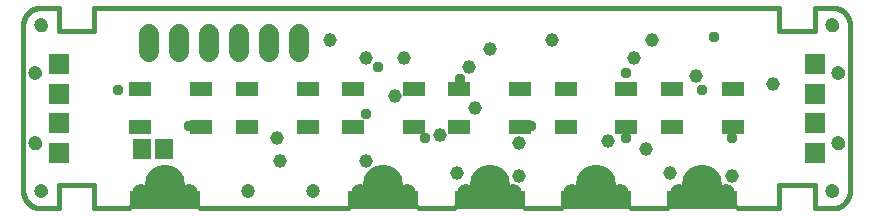
<source format=gts>
G75*
%MOIN*%
%OFA0B0*%
%FSLAX25Y25*%
%IPPOS*%
%LPD*%
%AMOC8*
5,1,8,0,0,1.08239X$1,22.5*
%
%ADD10C,0.01600*%
%ADD11C,0.00000*%
%ADD12C,0.04737*%
%ADD13C,0.01200*%
%ADD14R,0.07300X0.04737*%
%ADD15C,0.05524*%
%ADD16C,0.13461*%
%ADD17R,0.23622X0.05906*%
%ADD18R,0.06800X0.06800*%
%ADD19R,0.05918X0.07099*%
%ADD20C,0.06800*%
%ADD21C,0.03769*%
%ADD22C,0.04550*%
D10*
X0008290Y0025656D02*
X0014195Y0025656D01*
X0014195Y0033530D01*
X0026006Y0033530D01*
X0026006Y0025656D01*
X0037817Y0025656D01*
X0061439Y0025656D02*
X0110652Y0025656D01*
X0134274Y0025656D02*
X0146085Y0025656D01*
X0169707Y0025656D02*
X0181518Y0025656D01*
X0205140Y0025656D02*
X0216951Y0025656D01*
X0240573Y0025656D02*
X0254353Y0025656D01*
X0254353Y0033530D01*
X0266164Y0033530D01*
X0266164Y0025656D01*
X0272069Y0025656D01*
X0272069Y0025655D02*
X0272221Y0025657D01*
X0272373Y0025663D01*
X0272525Y0025673D01*
X0272676Y0025686D01*
X0272827Y0025704D01*
X0272978Y0025725D01*
X0273128Y0025751D01*
X0273277Y0025780D01*
X0273426Y0025813D01*
X0273573Y0025850D01*
X0273720Y0025890D01*
X0273865Y0025935D01*
X0274009Y0025983D01*
X0274152Y0026035D01*
X0274294Y0026090D01*
X0274434Y0026149D01*
X0274573Y0026212D01*
X0274710Y0026278D01*
X0274845Y0026348D01*
X0274978Y0026421D01*
X0275109Y0026498D01*
X0275239Y0026578D01*
X0275366Y0026661D01*
X0275491Y0026747D01*
X0275614Y0026837D01*
X0275734Y0026930D01*
X0275852Y0027026D01*
X0275968Y0027125D01*
X0276081Y0027227D01*
X0276191Y0027331D01*
X0276299Y0027439D01*
X0276403Y0027549D01*
X0276505Y0027662D01*
X0276604Y0027778D01*
X0276700Y0027896D01*
X0276793Y0028016D01*
X0276883Y0028139D01*
X0276969Y0028264D01*
X0277052Y0028391D01*
X0277132Y0028521D01*
X0277209Y0028652D01*
X0277282Y0028785D01*
X0277352Y0028920D01*
X0277418Y0029057D01*
X0277481Y0029196D01*
X0277540Y0029336D01*
X0277595Y0029478D01*
X0277647Y0029621D01*
X0277695Y0029765D01*
X0277740Y0029910D01*
X0277780Y0030057D01*
X0277817Y0030204D01*
X0277850Y0030353D01*
X0277879Y0030502D01*
X0277905Y0030652D01*
X0277926Y0030803D01*
X0277944Y0030954D01*
X0277957Y0031105D01*
X0277967Y0031257D01*
X0277973Y0031409D01*
X0277975Y0031561D01*
X0277975Y0086679D01*
X0277973Y0086831D01*
X0277967Y0086983D01*
X0277957Y0087135D01*
X0277944Y0087286D01*
X0277926Y0087437D01*
X0277905Y0087588D01*
X0277879Y0087738D01*
X0277850Y0087887D01*
X0277817Y0088036D01*
X0277780Y0088183D01*
X0277740Y0088330D01*
X0277695Y0088475D01*
X0277647Y0088619D01*
X0277595Y0088762D01*
X0277540Y0088904D01*
X0277481Y0089044D01*
X0277418Y0089183D01*
X0277352Y0089320D01*
X0277282Y0089455D01*
X0277209Y0089588D01*
X0277132Y0089719D01*
X0277052Y0089849D01*
X0276969Y0089976D01*
X0276883Y0090101D01*
X0276793Y0090224D01*
X0276700Y0090344D01*
X0276604Y0090462D01*
X0276505Y0090578D01*
X0276403Y0090691D01*
X0276299Y0090801D01*
X0276191Y0090909D01*
X0276081Y0091013D01*
X0275968Y0091115D01*
X0275852Y0091214D01*
X0275734Y0091310D01*
X0275614Y0091403D01*
X0275491Y0091493D01*
X0275366Y0091579D01*
X0275239Y0091662D01*
X0275109Y0091742D01*
X0274978Y0091819D01*
X0274845Y0091892D01*
X0274710Y0091962D01*
X0274573Y0092028D01*
X0274434Y0092091D01*
X0274294Y0092150D01*
X0274152Y0092205D01*
X0274009Y0092257D01*
X0273865Y0092305D01*
X0273720Y0092350D01*
X0273573Y0092390D01*
X0273426Y0092427D01*
X0273277Y0092460D01*
X0273128Y0092489D01*
X0272978Y0092515D01*
X0272827Y0092536D01*
X0272676Y0092554D01*
X0272525Y0092567D01*
X0272373Y0092577D01*
X0272221Y0092583D01*
X0272069Y0092585D01*
X0266164Y0092585D01*
X0266164Y0084711D01*
X0254353Y0084711D01*
X0254353Y0092585D01*
X0026006Y0092585D01*
X0026006Y0084711D01*
X0014195Y0084711D01*
X0014195Y0092585D01*
X0008290Y0092585D01*
X0008138Y0092583D01*
X0007986Y0092577D01*
X0007834Y0092567D01*
X0007683Y0092554D01*
X0007532Y0092536D01*
X0007381Y0092515D01*
X0007231Y0092489D01*
X0007082Y0092460D01*
X0006933Y0092427D01*
X0006786Y0092390D01*
X0006639Y0092350D01*
X0006494Y0092305D01*
X0006350Y0092257D01*
X0006207Y0092205D01*
X0006065Y0092150D01*
X0005925Y0092091D01*
X0005786Y0092028D01*
X0005649Y0091962D01*
X0005514Y0091892D01*
X0005381Y0091819D01*
X0005250Y0091742D01*
X0005120Y0091662D01*
X0004993Y0091579D01*
X0004868Y0091493D01*
X0004745Y0091403D01*
X0004625Y0091310D01*
X0004507Y0091214D01*
X0004391Y0091115D01*
X0004278Y0091013D01*
X0004168Y0090909D01*
X0004060Y0090801D01*
X0003956Y0090691D01*
X0003854Y0090578D01*
X0003755Y0090462D01*
X0003659Y0090344D01*
X0003566Y0090224D01*
X0003476Y0090101D01*
X0003390Y0089976D01*
X0003307Y0089849D01*
X0003227Y0089719D01*
X0003150Y0089588D01*
X0003077Y0089455D01*
X0003007Y0089320D01*
X0002941Y0089183D01*
X0002878Y0089044D01*
X0002819Y0088904D01*
X0002764Y0088762D01*
X0002712Y0088619D01*
X0002664Y0088475D01*
X0002619Y0088330D01*
X0002579Y0088183D01*
X0002542Y0088036D01*
X0002509Y0087887D01*
X0002480Y0087738D01*
X0002454Y0087588D01*
X0002433Y0087437D01*
X0002415Y0087286D01*
X0002402Y0087135D01*
X0002392Y0086983D01*
X0002386Y0086831D01*
X0002384Y0086679D01*
X0002384Y0031561D01*
X0002386Y0031409D01*
X0002392Y0031257D01*
X0002402Y0031105D01*
X0002415Y0030954D01*
X0002433Y0030803D01*
X0002454Y0030652D01*
X0002480Y0030502D01*
X0002509Y0030353D01*
X0002542Y0030204D01*
X0002579Y0030057D01*
X0002619Y0029910D01*
X0002664Y0029765D01*
X0002712Y0029621D01*
X0002764Y0029478D01*
X0002819Y0029336D01*
X0002878Y0029196D01*
X0002941Y0029057D01*
X0003007Y0028920D01*
X0003077Y0028785D01*
X0003150Y0028652D01*
X0003227Y0028521D01*
X0003307Y0028391D01*
X0003390Y0028264D01*
X0003476Y0028139D01*
X0003566Y0028016D01*
X0003659Y0027896D01*
X0003755Y0027778D01*
X0003854Y0027662D01*
X0003956Y0027549D01*
X0004060Y0027439D01*
X0004168Y0027331D01*
X0004278Y0027227D01*
X0004391Y0027125D01*
X0004507Y0027026D01*
X0004625Y0026930D01*
X0004745Y0026837D01*
X0004868Y0026747D01*
X0004993Y0026661D01*
X0005120Y0026578D01*
X0005250Y0026498D01*
X0005381Y0026421D01*
X0005514Y0026348D01*
X0005649Y0026278D01*
X0005786Y0026212D01*
X0005925Y0026149D01*
X0006065Y0026090D01*
X0006207Y0026035D01*
X0006350Y0025983D01*
X0006494Y0025935D01*
X0006639Y0025890D01*
X0006786Y0025850D01*
X0006933Y0025813D01*
X0007082Y0025780D01*
X0007231Y0025751D01*
X0007381Y0025725D01*
X0007532Y0025704D01*
X0007683Y0025686D01*
X0007834Y0025673D01*
X0007986Y0025663D01*
X0008138Y0025657D01*
X0008290Y0025655D01*
D11*
X0006321Y0031561D02*
X0006323Y0031649D01*
X0006329Y0031737D01*
X0006339Y0031825D01*
X0006353Y0031913D01*
X0006370Y0031999D01*
X0006392Y0032085D01*
X0006417Y0032169D01*
X0006447Y0032253D01*
X0006479Y0032335D01*
X0006516Y0032415D01*
X0006556Y0032494D01*
X0006600Y0032571D01*
X0006647Y0032646D01*
X0006697Y0032718D01*
X0006751Y0032789D01*
X0006807Y0032856D01*
X0006867Y0032922D01*
X0006929Y0032984D01*
X0006995Y0033044D01*
X0007062Y0033100D01*
X0007133Y0033154D01*
X0007205Y0033204D01*
X0007280Y0033251D01*
X0007357Y0033295D01*
X0007436Y0033335D01*
X0007516Y0033372D01*
X0007598Y0033404D01*
X0007682Y0033434D01*
X0007766Y0033459D01*
X0007852Y0033481D01*
X0007938Y0033498D01*
X0008026Y0033512D01*
X0008114Y0033522D01*
X0008202Y0033528D01*
X0008290Y0033530D01*
X0008378Y0033528D01*
X0008466Y0033522D01*
X0008554Y0033512D01*
X0008642Y0033498D01*
X0008728Y0033481D01*
X0008814Y0033459D01*
X0008898Y0033434D01*
X0008982Y0033404D01*
X0009064Y0033372D01*
X0009144Y0033335D01*
X0009223Y0033295D01*
X0009300Y0033251D01*
X0009375Y0033204D01*
X0009447Y0033154D01*
X0009518Y0033100D01*
X0009585Y0033044D01*
X0009651Y0032984D01*
X0009713Y0032922D01*
X0009773Y0032856D01*
X0009829Y0032789D01*
X0009883Y0032718D01*
X0009933Y0032646D01*
X0009980Y0032571D01*
X0010024Y0032494D01*
X0010064Y0032415D01*
X0010101Y0032335D01*
X0010133Y0032253D01*
X0010163Y0032169D01*
X0010188Y0032085D01*
X0010210Y0031999D01*
X0010227Y0031913D01*
X0010241Y0031825D01*
X0010251Y0031737D01*
X0010257Y0031649D01*
X0010259Y0031561D01*
X0010257Y0031473D01*
X0010251Y0031385D01*
X0010241Y0031297D01*
X0010227Y0031209D01*
X0010210Y0031123D01*
X0010188Y0031037D01*
X0010163Y0030953D01*
X0010133Y0030869D01*
X0010101Y0030787D01*
X0010064Y0030707D01*
X0010024Y0030628D01*
X0009980Y0030551D01*
X0009933Y0030476D01*
X0009883Y0030404D01*
X0009829Y0030333D01*
X0009773Y0030266D01*
X0009713Y0030200D01*
X0009651Y0030138D01*
X0009585Y0030078D01*
X0009518Y0030022D01*
X0009447Y0029968D01*
X0009375Y0029918D01*
X0009300Y0029871D01*
X0009223Y0029827D01*
X0009144Y0029787D01*
X0009064Y0029750D01*
X0008982Y0029718D01*
X0008898Y0029688D01*
X0008814Y0029663D01*
X0008728Y0029641D01*
X0008642Y0029624D01*
X0008554Y0029610D01*
X0008466Y0029600D01*
X0008378Y0029594D01*
X0008290Y0029592D01*
X0008202Y0029594D01*
X0008114Y0029600D01*
X0008026Y0029610D01*
X0007938Y0029624D01*
X0007852Y0029641D01*
X0007766Y0029663D01*
X0007682Y0029688D01*
X0007598Y0029718D01*
X0007516Y0029750D01*
X0007436Y0029787D01*
X0007357Y0029827D01*
X0007280Y0029871D01*
X0007205Y0029918D01*
X0007133Y0029968D01*
X0007062Y0030022D01*
X0006995Y0030078D01*
X0006929Y0030138D01*
X0006867Y0030200D01*
X0006807Y0030266D01*
X0006751Y0030333D01*
X0006697Y0030404D01*
X0006647Y0030476D01*
X0006600Y0030551D01*
X0006556Y0030628D01*
X0006516Y0030707D01*
X0006479Y0030787D01*
X0006447Y0030869D01*
X0006417Y0030953D01*
X0006392Y0031037D01*
X0006370Y0031123D01*
X0006353Y0031209D01*
X0006339Y0031297D01*
X0006329Y0031385D01*
X0006323Y0031473D01*
X0006321Y0031561D01*
X0004352Y0047309D02*
X0004354Y0047397D01*
X0004360Y0047485D01*
X0004370Y0047573D01*
X0004384Y0047661D01*
X0004401Y0047747D01*
X0004423Y0047833D01*
X0004448Y0047917D01*
X0004478Y0048001D01*
X0004510Y0048083D01*
X0004547Y0048163D01*
X0004587Y0048242D01*
X0004631Y0048319D01*
X0004678Y0048394D01*
X0004728Y0048466D01*
X0004782Y0048537D01*
X0004838Y0048604D01*
X0004898Y0048670D01*
X0004960Y0048732D01*
X0005026Y0048792D01*
X0005093Y0048848D01*
X0005164Y0048902D01*
X0005236Y0048952D01*
X0005311Y0048999D01*
X0005388Y0049043D01*
X0005467Y0049083D01*
X0005547Y0049120D01*
X0005629Y0049152D01*
X0005713Y0049182D01*
X0005797Y0049207D01*
X0005883Y0049229D01*
X0005969Y0049246D01*
X0006057Y0049260D01*
X0006145Y0049270D01*
X0006233Y0049276D01*
X0006321Y0049278D01*
X0006409Y0049276D01*
X0006497Y0049270D01*
X0006585Y0049260D01*
X0006673Y0049246D01*
X0006759Y0049229D01*
X0006845Y0049207D01*
X0006929Y0049182D01*
X0007013Y0049152D01*
X0007095Y0049120D01*
X0007175Y0049083D01*
X0007254Y0049043D01*
X0007331Y0048999D01*
X0007406Y0048952D01*
X0007478Y0048902D01*
X0007549Y0048848D01*
X0007616Y0048792D01*
X0007682Y0048732D01*
X0007744Y0048670D01*
X0007804Y0048604D01*
X0007860Y0048537D01*
X0007914Y0048466D01*
X0007964Y0048394D01*
X0008011Y0048319D01*
X0008055Y0048242D01*
X0008095Y0048163D01*
X0008132Y0048083D01*
X0008164Y0048001D01*
X0008194Y0047917D01*
X0008219Y0047833D01*
X0008241Y0047747D01*
X0008258Y0047661D01*
X0008272Y0047573D01*
X0008282Y0047485D01*
X0008288Y0047397D01*
X0008290Y0047309D01*
X0008288Y0047221D01*
X0008282Y0047133D01*
X0008272Y0047045D01*
X0008258Y0046957D01*
X0008241Y0046871D01*
X0008219Y0046785D01*
X0008194Y0046701D01*
X0008164Y0046617D01*
X0008132Y0046535D01*
X0008095Y0046455D01*
X0008055Y0046376D01*
X0008011Y0046299D01*
X0007964Y0046224D01*
X0007914Y0046152D01*
X0007860Y0046081D01*
X0007804Y0046014D01*
X0007744Y0045948D01*
X0007682Y0045886D01*
X0007616Y0045826D01*
X0007549Y0045770D01*
X0007478Y0045716D01*
X0007406Y0045666D01*
X0007331Y0045619D01*
X0007254Y0045575D01*
X0007175Y0045535D01*
X0007095Y0045498D01*
X0007013Y0045466D01*
X0006929Y0045436D01*
X0006845Y0045411D01*
X0006759Y0045389D01*
X0006673Y0045372D01*
X0006585Y0045358D01*
X0006497Y0045348D01*
X0006409Y0045342D01*
X0006321Y0045340D01*
X0006233Y0045342D01*
X0006145Y0045348D01*
X0006057Y0045358D01*
X0005969Y0045372D01*
X0005883Y0045389D01*
X0005797Y0045411D01*
X0005713Y0045436D01*
X0005629Y0045466D01*
X0005547Y0045498D01*
X0005467Y0045535D01*
X0005388Y0045575D01*
X0005311Y0045619D01*
X0005236Y0045666D01*
X0005164Y0045716D01*
X0005093Y0045770D01*
X0005026Y0045826D01*
X0004960Y0045886D01*
X0004898Y0045948D01*
X0004838Y0046014D01*
X0004782Y0046081D01*
X0004728Y0046152D01*
X0004678Y0046224D01*
X0004631Y0046299D01*
X0004587Y0046376D01*
X0004547Y0046455D01*
X0004510Y0046535D01*
X0004478Y0046617D01*
X0004448Y0046701D01*
X0004423Y0046785D01*
X0004401Y0046871D01*
X0004384Y0046957D01*
X0004370Y0047045D01*
X0004360Y0047133D01*
X0004354Y0047221D01*
X0004352Y0047309D01*
X0004352Y0070931D02*
X0004354Y0071019D01*
X0004360Y0071107D01*
X0004370Y0071195D01*
X0004384Y0071283D01*
X0004401Y0071369D01*
X0004423Y0071455D01*
X0004448Y0071539D01*
X0004478Y0071623D01*
X0004510Y0071705D01*
X0004547Y0071785D01*
X0004587Y0071864D01*
X0004631Y0071941D01*
X0004678Y0072016D01*
X0004728Y0072088D01*
X0004782Y0072159D01*
X0004838Y0072226D01*
X0004898Y0072292D01*
X0004960Y0072354D01*
X0005026Y0072414D01*
X0005093Y0072470D01*
X0005164Y0072524D01*
X0005236Y0072574D01*
X0005311Y0072621D01*
X0005388Y0072665D01*
X0005467Y0072705D01*
X0005547Y0072742D01*
X0005629Y0072774D01*
X0005713Y0072804D01*
X0005797Y0072829D01*
X0005883Y0072851D01*
X0005969Y0072868D01*
X0006057Y0072882D01*
X0006145Y0072892D01*
X0006233Y0072898D01*
X0006321Y0072900D01*
X0006409Y0072898D01*
X0006497Y0072892D01*
X0006585Y0072882D01*
X0006673Y0072868D01*
X0006759Y0072851D01*
X0006845Y0072829D01*
X0006929Y0072804D01*
X0007013Y0072774D01*
X0007095Y0072742D01*
X0007175Y0072705D01*
X0007254Y0072665D01*
X0007331Y0072621D01*
X0007406Y0072574D01*
X0007478Y0072524D01*
X0007549Y0072470D01*
X0007616Y0072414D01*
X0007682Y0072354D01*
X0007744Y0072292D01*
X0007804Y0072226D01*
X0007860Y0072159D01*
X0007914Y0072088D01*
X0007964Y0072016D01*
X0008011Y0071941D01*
X0008055Y0071864D01*
X0008095Y0071785D01*
X0008132Y0071705D01*
X0008164Y0071623D01*
X0008194Y0071539D01*
X0008219Y0071455D01*
X0008241Y0071369D01*
X0008258Y0071283D01*
X0008272Y0071195D01*
X0008282Y0071107D01*
X0008288Y0071019D01*
X0008290Y0070931D01*
X0008288Y0070843D01*
X0008282Y0070755D01*
X0008272Y0070667D01*
X0008258Y0070579D01*
X0008241Y0070493D01*
X0008219Y0070407D01*
X0008194Y0070323D01*
X0008164Y0070239D01*
X0008132Y0070157D01*
X0008095Y0070077D01*
X0008055Y0069998D01*
X0008011Y0069921D01*
X0007964Y0069846D01*
X0007914Y0069774D01*
X0007860Y0069703D01*
X0007804Y0069636D01*
X0007744Y0069570D01*
X0007682Y0069508D01*
X0007616Y0069448D01*
X0007549Y0069392D01*
X0007478Y0069338D01*
X0007406Y0069288D01*
X0007331Y0069241D01*
X0007254Y0069197D01*
X0007175Y0069157D01*
X0007095Y0069120D01*
X0007013Y0069088D01*
X0006929Y0069058D01*
X0006845Y0069033D01*
X0006759Y0069011D01*
X0006673Y0068994D01*
X0006585Y0068980D01*
X0006497Y0068970D01*
X0006409Y0068964D01*
X0006321Y0068962D01*
X0006233Y0068964D01*
X0006145Y0068970D01*
X0006057Y0068980D01*
X0005969Y0068994D01*
X0005883Y0069011D01*
X0005797Y0069033D01*
X0005713Y0069058D01*
X0005629Y0069088D01*
X0005547Y0069120D01*
X0005467Y0069157D01*
X0005388Y0069197D01*
X0005311Y0069241D01*
X0005236Y0069288D01*
X0005164Y0069338D01*
X0005093Y0069392D01*
X0005026Y0069448D01*
X0004960Y0069508D01*
X0004898Y0069570D01*
X0004838Y0069636D01*
X0004782Y0069703D01*
X0004728Y0069774D01*
X0004678Y0069846D01*
X0004631Y0069921D01*
X0004587Y0069998D01*
X0004547Y0070077D01*
X0004510Y0070157D01*
X0004478Y0070239D01*
X0004448Y0070323D01*
X0004423Y0070407D01*
X0004401Y0070493D01*
X0004384Y0070579D01*
X0004370Y0070667D01*
X0004360Y0070755D01*
X0004354Y0070843D01*
X0004352Y0070931D01*
X0006321Y0086679D02*
X0006323Y0086767D01*
X0006329Y0086855D01*
X0006339Y0086943D01*
X0006353Y0087031D01*
X0006370Y0087117D01*
X0006392Y0087203D01*
X0006417Y0087287D01*
X0006447Y0087371D01*
X0006479Y0087453D01*
X0006516Y0087533D01*
X0006556Y0087612D01*
X0006600Y0087689D01*
X0006647Y0087764D01*
X0006697Y0087836D01*
X0006751Y0087907D01*
X0006807Y0087974D01*
X0006867Y0088040D01*
X0006929Y0088102D01*
X0006995Y0088162D01*
X0007062Y0088218D01*
X0007133Y0088272D01*
X0007205Y0088322D01*
X0007280Y0088369D01*
X0007357Y0088413D01*
X0007436Y0088453D01*
X0007516Y0088490D01*
X0007598Y0088522D01*
X0007682Y0088552D01*
X0007766Y0088577D01*
X0007852Y0088599D01*
X0007938Y0088616D01*
X0008026Y0088630D01*
X0008114Y0088640D01*
X0008202Y0088646D01*
X0008290Y0088648D01*
X0008378Y0088646D01*
X0008466Y0088640D01*
X0008554Y0088630D01*
X0008642Y0088616D01*
X0008728Y0088599D01*
X0008814Y0088577D01*
X0008898Y0088552D01*
X0008982Y0088522D01*
X0009064Y0088490D01*
X0009144Y0088453D01*
X0009223Y0088413D01*
X0009300Y0088369D01*
X0009375Y0088322D01*
X0009447Y0088272D01*
X0009518Y0088218D01*
X0009585Y0088162D01*
X0009651Y0088102D01*
X0009713Y0088040D01*
X0009773Y0087974D01*
X0009829Y0087907D01*
X0009883Y0087836D01*
X0009933Y0087764D01*
X0009980Y0087689D01*
X0010024Y0087612D01*
X0010064Y0087533D01*
X0010101Y0087453D01*
X0010133Y0087371D01*
X0010163Y0087287D01*
X0010188Y0087203D01*
X0010210Y0087117D01*
X0010227Y0087031D01*
X0010241Y0086943D01*
X0010251Y0086855D01*
X0010257Y0086767D01*
X0010259Y0086679D01*
X0010257Y0086591D01*
X0010251Y0086503D01*
X0010241Y0086415D01*
X0010227Y0086327D01*
X0010210Y0086241D01*
X0010188Y0086155D01*
X0010163Y0086071D01*
X0010133Y0085987D01*
X0010101Y0085905D01*
X0010064Y0085825D01*
X0010024Y0085746D01*
X0009980Y0085669D01*
X0009933Y0085594D01*
X0009883Y0085522D01*
X0009829Y0085451D01*
X0009773Y0085384D01*
X0009713Y0085318D01*
X0009651Y0085256D01*
X0009585Y0085196D01*
X0009518Y0085140D01*
X0009447Y0085086D01*
X0009375Y0085036D01*
X0009300Y0084989D01*
X0009223Y0084945D01*
X0009144Y0084905D01*
X0009064Y0084868D01*
X0008982Y0084836D01*
X0008898Y0084806D01*
X0008814Y0084781D01*
X0008728Y0084759D01*
X0008642Y0084742D01*
X0008554Y0084728D01*
X0008466Y0084718D01*
X0008378Y0084712D01*
X0008290Y0084710D01*
X0008202Y0084712D01*
X0008114Y0084718D01*
X0008026Y0084728D01*
X0007938Y0084742D01*
X0007852Y0084759D01*
X0007766Y0084781D01*
X0007682Y0084806D01*
X0007598Y0084836D01*
X0007516Y0084868D01*
X0007436Y0084905D01*
X0007357Y0084945D01*
X0007280Y0084989D01*
X0007205Y0085036D01*
X0007133Y0085086D01*
X0007062Y0085140D01*
X0006995Y0085196D01*
X0006929Y0085256D01*
X0006867Y0085318D01*
X0006807Y0085384D01*
X0006751Y0085451D01*
X0006697Y0085522D01*
X0006647Y0085594D01*
X0006600Y0085669D01*
X0006556Y0085746D01*
X0006516Y0085825D01*
X0006479Y0085905D01*
X0006447Y0085987D01*
X0006417Y0086071D01*
X0006392Y0086155D01*
X0006370Y0086241D01*
X0006353Y0086327D01*
X0006339Y0086415D01*
X0006329Y0086503D01*
X0006323Y0086591D01*
X0006321Y0086679D01*
X0075218Y0031561D02*
X0075220Y0031649D01*
X0075226Y0031737D01*
X0075236Y0031825D01*
X0075250Y0031913D01*
X0075267Y0031999D01*
X0075289Y0032085D01*
X0075314Y0032169D01*
X0075344Y0032253D01*
X0075376Y0032335D01*
X0075413Y0032415D01*
X0075453Y0032494D01*
X0075497Y0032571D01*
X0075544Y0032646D01*
X0075594Y0032718D01*
X0075648Y0032789D01*
X0075704Y0032856D01*
X0075764Y0032922D01*
X0075826Y0032984D01*
X0075892Y0033044D01*
X0075959Y0033100D01*
X0076030Y0033154D01*
X0076102Y0033204D01*
X0076177Y0033251D01*
X0076254Y0033295D01*
X0076333Y0033335D01*
X0076413Y0033372D01*
X0076495Y0033404D01*
X0076579Y0033434D01*
X0076663Y0033459D01*
X0076749Y0033481D01*
X0076835Y0033498D01*
X0076923Y0033512D01*
X0077011Y0033522D01*
X0077099Y0033528D01*
X0077187Y0033530D01*
X0077275Y0033528D01*
X0077363Y0033522D01*
X0077451Y0033512D01*
X0077539Y0033498D01*
X0077625Y0033481D01*
X0077711Y0033459D01*
X0077795Y0033434D01*
X0077879Y0033404D01*
X0077961Y0033372D01*
X0078041Y0033335D01*
X0078120Y0033295D01*
X0078197Y0033251D01*
X0078272Y0033204D01*
X0078344Y0033154D01*
X0078415Y0033100D01*
X0078482Y0033044D01*
X0078548Y0032984D01*
X0078610Y0032922D01*
X0078670Y0032856D01*
X0078726Y0032789D01*
X0078780Y0032718D01*
X0078830Y0032646D01*
X0078877Y0032571D01*
X0078921Y0032494D01*
X0078961Y0032415D01*
X0078998Y0032335D01*
X0079030Y0032253D01*
X0079060Y0032169D01*
X0079085Y0032085D01*
X0079107Y0031999D01*
X0079124Y0031913D01*
X0079138Y0031825D01*
X0079148Y0031737D01*
X0079154Y0031649D01*
X0079156Y0031561D01*
X0079154Y0031473D01*
X0079148Y0031385D01*
X0079138Y0031297D01*
X0079124Y0031209D01*
X0079107Y0031123D01*
X0079085Y0031037D01*
X0079060Y0030953D01*
X0079030Y0030869D01*
X0078998Y0030787D01*
X0078961Y0030707D01*
X0078921Y0030628D01*
X0078877Y0030551D01*
X0078830Y0030476D01*
X0078780Y0030404D01*
X0078726Y0030333D01*
X0078670Y0030266D01*
X0078610Y0030200D01*
X0078548Y0030138D01*
X0078482Y0030078D01*
X0078415Y0030022D01*
X0078344Y0029968D01*
X0078272Y0029918D01*
X0078197Y0029871D01*
X0078120Y0029827D01*
X0078041Y0029787D01*
X0077961Y0029750D01*
X0077879Y0029718D01*
X0077795Y0029688D01*
X0077711Y0029663D01*
X0077625Y0029641D01*
X0077539Y0029624D01*
X0077451Y0029610D01*
X0077363Y0029600D01*
X0077275Y0029594D01*
X0077187Y0029592D01*
X0077099Y0029594D01*
X0077011Y0029600D01*
X0076923Y0029610D01*
X0076835Y0029624D01*
X0076749Y0029641D01*
X0076663Y0029663D01*
X0076579Y0029688D01*
X0076495Y0029718D01*
X0076413Y0029750D01*
X0076333Y0029787D01*
X0076254Y0029827D01*
X0076177Y0029871D01*
X0076102Y0029918D01*
X0076030Y0029968D01*
X0075959Y0030022D01*
X0075892Y0030078D01*
X0075826Y0030138D01*
X0075764Y0030200D01*
X0075704Y0030266D01*
X0075648Y0030333D01*
X0075594Y0030404D01*
X0075544Y0030476D01*
X0075497Y0030551D01*
X0075453Y0030628D01*
X0075413Y0030707D01*
X0075376Y0030787D01*
X0075344Y0030869D01*
X0075314Y0030953D01*
X0075289Y0031037D01*
X0075267Y0031123D01*
X0075250Y0031209D01*
X0075236Y0031297D01*
X0075226Y0031385D01*
X0075220Y0031473D01*
X0075218Y0031561D01*
X0096872Y0031561D02*
X0096874Y0031649D01*
X0096880Y0031737D01*
X0096890Y0031825D01*
X0096904Y0031913D01*
X0096921Y0031999D01*
X0096943Y0032085D01*
X0096968Y0032169D01*
X0096998Y0032253D01*
X0097030Y0032335D01*
X0097067Y0032415D01*
X0097107Y0032494D01*
X0097151Y0032571D01*
X0097198Y0032646D01*
X0097248Y0032718D01*
X0097302Y0032789D01*
X0097358Y0032856D01*
X0097418Y0032922D01*
X0097480Y0032984D01*
X0097546Y0033044D01*
X0097613Y0033100D01*
X0097684Y0033154D01*
X0097756Y0033204D01*
X0097831Y0033251D01*
X0097908Y0033295D01*
X0097987Y0033335D01*
X0098067Y0033372D01*
X0098149Y0033404D01*
X0098233Y0033434D01*
X0098317Y0033459D01*
X0098403Y0033481D01*
X0098489Y0033498D01*
X0098577Y0033512D01*
X0098665Y0033522D01*
X0098753Y0033528D01*
X0098841Y0033530D01*
X0098929Y0033528D01*
X0099017Y0033522D01*
X0099105Y0033512D01*
X0099193Y0033498D01*
X0099279Y0033481D01*
X0099365Y0033459D01*
X0099449Y0033434D01*
X0099533Y0033404D01*
X0099615Y0033372D01*
X0099695Y0033335D01*
X0099774Y0033295D01*
X0099851Y0033251D01*
X0099926Y0033204D01*
X0099998Y0033154D01*
X0100069Y0033100D01*
X0100136Y0033044D01*
X0100202Y0032984D01*
X0100264Y0032922D01*
X0100324Y0032856D01*
X0100380Y0032789D01*
X0100434Y0032718D01*
X0100484Y0032646D01*
X0100531Y0032571D01*
X0100575Y0032494D01*
X0100615Y0032415D01*
X0100652Y0032335D01*
X0100684Y0032253D01*
X0100714Y0032169D01*
X0100739Y0032085D01*
X0100761Y0031999D01*
X0100778Y0031913D01*
X0100792Y0031825D01*
X0100802Y0031737D01*
X0100808Y0031649D01*
X0100810Y0031561D01*
X0100808Y0031473D01*
X0100802Y0031385D01*
X0100792Y0031297D01*
X0100778Y0031209D01*
X0100761Y0031123D01*
X0100739Y0031037D01*
X0100714Y0030953D01*
X0100684Y0030869D01*
X0100652Y0030787D01*
X0100615Y0030707D01*
X0100575Y0030628D01*
X0100531Y0030551D01*
X0100484Y0030476D01*
X0100434Y0030404D01*
X0100380Y0030333D01*
X0100324Y0030266D01*
X0100264Y0030200D01*
X0100202Y0030138D01*
X0100136Y0030078D01*
X0100069Y0030022D01*
X0099998Y0029968D01*
X0099926Y0029918D01*
X0099851Y0029871D01*
X0099774Y0029827D01*
X0099695Y0029787D01*
X0099615Y0029750D01*
X0099533Y0029718D01*
X0099449Y0029688D01*
X0099365Y0029663D01*
X0099279Y0029641D01*
X0099193Y0029624D01*
X0099105Y0029610D01*
X0099017Y0029600D01*
X0098929Y0029594D01*
X0098841Y0029592D01*
X0098753Y0029594D01*
X0098665Y0029600D01*
X0098577Y0029610D01*
X0098489Y0029624D01*
X0098403Y0029641D01*
X0098317Y0029663D01*
X0098233Y0029688D01*
X0098149Y0029718D01*
X0098067Y0029750D01*
X0097987Y0029787D01*
X0097908Y0029827D01*
X0097831Y0029871D01*
X0097756Y0029918D01*
X0097684Y0029968D01*
X0097613Y0030022D01*
X0097546Y0030078D01*
X0097480Y0030138D01*
X0097418Y0030200D01*
X0097358Y0030266D01*
X0097302Y0030333D01*
X0097248Y0030404D01*
X0097198Y0030476D01*
X0097151Y0030551D01*
X0097107Y0030628D01*
X0097067Y0030707D01*
X0097030Y0030787D01*
X0096998Y0030869D01*
X0096968Y0030953D01*
X0096943Y0031037D01*
X0096921Y0031123D01*
X0096904Y0031209D01*
X0096890Y0031297D01*
X0096880Y0031385D01*
X0096874Y0031473D01*
X0096872Y0031561D01*
X0270100Y0031561D02*
X0270102Y0031649D01*
X0270108Y0031737D01*
X0270118Y0031825D01*
X0270132Y0031913D01*
X0270149Y0031999D01*
X0270171Y0032085D01*
X0270196Y0032169D01*
X0270226Y0032253D01*
X0270258Y0032335D01*
X0270295Y0032415D01*
X0270335Y0032494D01*
X0270379Y0032571D01*
X0270426Y0032646D01*
X0270476Y0032718D01*
X0270530Y0032789D01*
X0270586Y0032856D01*
X0270646Y0032922D01*
X0270708Y0032984D01*
X0270774Y0033044D01*
X0270841Y0033100D01*
X0270912Y0033154D01*
X0270984Y0033204D01*
X0271059Y0033251D01*
X0271136Y0033295D01*
X0271215Y0033335D01*
X0271295Y0033372D01*
X0271377Y0033404D01*
X0271461Y0033434D01*
X0271545Y0033459D01*
X0271631Y0033481D01*
X0271717Y0033498D01*
X0271805Y0033512D01*
X0271893Y0033522D01*
X0271981Y0033528D01*
X0272069Y0033530D01*
X0272157Y0033528D01*
X0272245Y0033522D01*
X0272333Y0033512D01*
X0272421Y0033498D01*
X0272507Y0033481D01*
X0272593Y0033459D01*
X0272677Y0033434D01*
X0272761Y0033404D01*
X0272843Y0033372D01*
X0272923Y0033335D01*
X0273002Y0033295D01*
X0273079Y0033251D01*
X0273154Y0033204D01*
X0273226Y0033154D01*
X0273297Y0033100D01*
X0273364Y0033044D01*
X0273430Y0032984D01*
X0273492Y0032922D01*
X0273552Y0032856D01*
X0273608Y0032789D01*
X0273662Y0032718D01*
X0273712Y0032646D01*
X0273759Y0032571D01*
X0273803Y0032494D01*
X0273843Y0032415D01*
X0273880Y0032335D01*
X0273912Y0032253D01*
X0273942Y0032169D01*
X0273967Y0032085D01*
X0273989Y0031999D01*
X0274006Y0031913D01*
X0274020Y0031825D01*
X0274030Y0031737D01*
X0274036Y0031649D01*
X0274038Y0031561D01*
X0274036Y0031473D01*
X0274030Y0031385D01*
X0274020Y0031297D01*
X0274006Y0031209D01*
X0273989Y0031123D01*
X0273967Y0031037D01*
X0273942Y0030953D01*
X0273912Y0030869D01*
X0273880Y0030787D01*
X0273843Y0030707D01*
X0273803Y0030628D01*
X0273759Y0030551D01*
X0273712Y0030476D01*
X0273662Y0030404D01*
X0273608Y0030333D01*
X0273552Y0030266D01*
X0273492Y0030200D01*
X0273430Y0030138D01*
X0273364Y0030078D01*
X0273297Y0030022D01*
X0273226Y0029968D01*
X0273154Y0029918D01*
X0273079Y0029871D01*
X0273002Y0029827D01*
X0272923Y0029787D01*
X0272843Y0029750D01*
X0272761Y0029718D01*
X0272677Y0029688D01*
X0272593Y0029663D01*
X0272507Y0029641D01*
X0272421Y0029624D01*
X0272333Y0029610D01*
X0272245Y0029600D01*
X0272157Y0029594D01*
X0272069Y0029592D01*
X0271981Y0029594D01*
X0271893Y0029600D01*
X0271805Y0029610D01*
X0271717Y0029624D01*
X0271631Y0029641D01*
X0271545Y0029663D01*
X0271461Y0029688D01*
X0271377Y0029718D01*
X0271295Y0029750D01*
X0271215Y0029787D01*
X0271136Y0029827D01*
X0271059Y0029871D01*
X0270984Y0029918D01*
X0270912Y0029968D01*
X0270841Y0030022D01*
X0270774Y0030078D01*
X0270708Y0030138D01*
X0270646Y0030200D01*
X0270586Y0030266D01*
X0270530Y0030333D01*
X0270476Y0030404D01*
X0270426Y0030476D01*
X0270379Y0030551D01*
X0270335Y0030628D01*
X0270295Y0030707D01*
X0270258Y0030787D01*
X0270226Y0030869D01*
X0270196Y0030953D01*
X0270171Y0031037D01*
X0270149Y0031123D01*
X0270132Y0031209D01*
X0270118Y0031297D01*
X0270108Y0031385D01*
X0270102Y0031473D01*
X0270100Y0031561D01*
X0272069Y0047309D02*
X0272071Y0047397D01*
X0272077Y0047485D01*
X0272087Y0047573D01*
X0272101Y0047661D01*
X0272118Y0047747D01*
X0272140Y0047833D01*
X0272165Y0047917D01*
X0272195Y0048001D01*
X0272227Y0048083D01*
X0272264Y0048163D01*
X0272304Y0048242D01*
X0272348Y0048319D01*
X0272395Y0048394D01*
X0272445Y0048466D01*
X0272499Y0048537D01*
X0272555Y0048604D01*
X0272615Y0048670D01*
X0272677Y0048732D01*
X0272743Y0048792D01*
X0272810Y0048848D01*
X0272881Y0048902D01*
X0272953Y0048952D01*
X0273028Y0048999D01*
X0273105Y0049043D01*
X0273184Y0049083D01*
X0273264Y0049120D01*
X0273346Y0049152D01*
X0273430Y0049182D01*
X0273514Y0049207D01*
X0273600Y0049229D01*
X0273686Y0049246D01*
X0273774Y0049260D01*
X0273862Y0049270D01*
X0273950Y0049276D01*
X0274038Y0049278D01*
X0274126Y0049276D01*
X0274214Y0049270D01*
X0274302Y0049260D01*
X0274390Y0049246D01*
X0274476Y0049229D01*
X0274562Y0049207D01*
X0274646Y0049182D01*
X0274730Y0049152D01*
X0274812Y0049120D01*
X0274892Y0049083D01*
X0274971Y0049043D01*
X0275048Y0048999D01*
X0275123Y0048952D01*
X0275195Y0048902D01*
X0275266Y0048848D01*
X0275333Y0048792D01*
X0275399Y0048732D01*
X0275461Y0048670D01*
X0275521Y0048604D01*
X0275577Y0048537D01*
X0275631Y0048466D01*
X0275681Y0048394D01*
X0275728Y0048319D01*
X0275772Y0048242D01*
X0275812Y0048163D01*
X0275849Y0048083D01*
X0275881Y0048001D01*
X0275911Y0047917D01*
X0275936Y0047833D01*
X0275958Y0047747D01*
X0275975Y0047661D01*
X0275989Y0047573D01*
X0275999Y0047485D01*
X0276005Y0047397D01*
X0276007Y0047309D01*
X0276005Y0047221D01*
X0275999Y0047133D01*
X0275989Y0047045D01*
X0275975Y0046957D01*
X0275958Y0046871D01*
X0275936Y0046785D01*
X0275911Y0046701D01*
X0275881Y0046617D01*
X0275849Y0046535D01*
X0275812Y0046455D01*
X0275772Y0046376D01*
X0275728Y0046299D01*
X0275681Y0046224D01*
X0275631Y0046152D01*
X0275577Y0046081D01*
X0275521Y0046014D01*
X0275461Y0045948D01*
X0275399Y0045886D01*
X0275333Y0045826D01*
X0275266Y0045770D01*
X0275195Y0045716D01*
X0275123Y0045666D01*
X0275048Y0045619D01*
X0274971Y0045575D01*
X0274892Y0045535D01*
X0274812Y0045498D01*
X0274730Y0045466D01*
X0274646Y0045436D01*
X0274562Y0045411D01*
X0274476Y0045389D01*
X0274390Y0045372D01*
X0274302Y0045358D01*
X0274214Y0045348D01*
X0274126Y0045342D01*
X0274038Y0045340D01*
X0273950Y0045342D01*
X0273862Y0045348D01*
X0273774Y0045358D01*
X0273686Y0045372D01*
X0273600Y0045389D01*
X0273514Y0045411D01*
X0273430Y0045436D01*
X0273346Y0045466D01*
X0273264Y0045498D01*
X0273184Y0045535D01*
X0273105Y0045575D01*
X0273028Y0045619D01*
X0272953Y0045666D01*
X0272881Y0045716D01*
X0272810Y0045770D01*
X0272743Y0045826D01*
X0272677Y0045886D01*
X0272615Y0045948D01*
X0272555Y0046014D01*
X0272499Y0046081D01*
X0272445Y0046152D01*
X0272395Y0046224D01*
X0272348Y0046299D01*
X0272304Y0046376D01*
X0272264Y0046455D01*
X0272227Y0046535D01*
X0272195Y0046617D01*
X0272165Y0046701D01*
X0272140Y0046785D01*
X0272118Y0046871D01*
X0272101Y0046957D01*
X0272087Y0047045D01*
X0272077Y0047133D01*
X0272071Y0047221D01*
X0272069Y0047309D01*
X0272069Y0070931D02*
X0272071Y0071019D01*
X0272077Y0071107D01*
X0272087Y0071195D01*
X0272101Y0071283D01*
X0272118Y0071369D01*
X0272140Y0071455D01*
X0272165Y0071539D01*
X0272195Y0071623D01*
X0272227Y0071705D01*
X0272264Y0071785D01*
X0272304Y0071864D01*
X0272348Y0071941D01*
X0272395Y0072016D01*
X0272445Y0072088D01*
X0272499Y0072159D01*
X0272555Y0072226D01*
X0272615Y0072292D01*
X0272677Y0072354D01*
X0272743Y0072414D01*
X0272810Y0072470D01*
X0272881Y0072524D01*
X0272953Y0072574D01*
X0273028Y0072621D01*
X0273105Y0072665D01*
X0273184Y0072705D01*
X0273264Y0072742D01*
X0273346Y0072774D01*
X0273430Y0072804D01*
X0273514Y0072829D01*
X0273600Y0072851D01*
X0273686Y0072868D01*
X0273774Y0072882D01*
X0273862Y0072892D01*
X0273950Y0072898D01*
X0274038Y0072900D01*
X0274126Y0072898D01*
X0274214Y0072892D01*
X0274302Y0072882D01*
X0274390Y0072868D01*
X0274476Y0072851D01*
X0274562Y0072829D01*
X0274646Y0072804D01*
X0274730Y0072774D01*
X0274812Y0072742D01*
X0274892Y0072705D01*
X0274971Y0072665D01*
X0275048Y0072621D01*
X0275123Y0072574D01*
X0275195Y0072524D01*
X0275266Y0072470D01*
X0275333Y0072414D01*
X0275399Y0072354D01*
X0275461Y0072292D01*
X0275521Y0072226D01*
X0275577Y0072159D01*
X0275631Y0072088D01*
X0275681Y0072016D01*
X0275728Y0071941D01*
X0275772Y0071864D01*
X0275812Y0071785D01*
X0275849Y0071705D01*
X0275881Y0071623D01*
X0275911Y0071539D01*
X0275936Y0071455D01*
X0275958Y0071369D01*
X0275975Y0071283D01*
X0275989Y0071195D01*
X0275999Y0071107D01*
X0276005Y0071019D01*
X0276007Y0070931D01*
X0276005Y0070843D01*
X0275999Y0070755D01*
X0275989Y0070667D01*
X0275975Y0070579D01*
X0275958Y0070493D01*
X0275936Y0070407D01*
X0275911Y0070323D01*
X0275881Y0070239D01*
X0275849Y0070157D01*
X0275812Y0070077D01*
X0275772Y0069998D01*
X0275728Y0069921D01*
X0275681Y0069846D01*
X0275631Y0069774D01*
X0275577Y0069703D01*
X0275521Y0069636D01*
X0275461Y0069570D01*
X0275399Y0069508D01*
X0275333Y0069448D01*
X0275266Y0069392D01*
X0275195Y0069338D01*
X0275123Y0069288D01*
X0275048Y0069241D01*
X0274971Y0069197D01*
X0274892Y0069157D01*
X0274812Y0069120D01*
X0274730Y0069088D01*
X0274646Y0069058D01*
X0274562Y0069033D01*
X0274476Y0069011D01*
X0274390Y0068994D01*
X0274302Y0068980D01*
X0274214Y0068970D01*
X0274126Y0068964D01*
X0274038Y0068962D01*
X0273950Y0068964D01*
X0273862Y0068970D01*
X0273774Y0068980D01*
X0273686Y0068994D01*
X0273600Y0069011D01*
X0273514Y0069033D01*
X0273430Y0069058D01*
X0273346Y0069088D01*
X0273264Y0069120D01*
X0273184Y0069157D01*
X0273105Y0069197D01*
X0273028Y0069241D01*
X0272953Y0069288D01*
X0272881Y0069338D01*
X0272810Y0069392D01*
X0272743Y0069448D01*
X0272677Y0069508D01*
X0272615Y0069570D01*
X0272555Y0069636D01*
X0272499Y0069703D01*
X0272445Y0069774D01*
X0272395Y0069846D01*
X0272348Y0069921D01*
X0272304Y0069998D01*
X0272264Y0070077D01*
X0272227Y0070157D01*
X0272195Y0070239D01*
X0272165Y0070323D01*
X0272140Y0070407D01*
X0272118Y0070493D01*
X0272101Y0070579D01*
X0272087Y0070667D01*
X0272077Y0070755D01*
X0272071Y0070843D01*
X0272069Y0070931D01*
X0270100Y0086679D02*
X0270102Y0086767D01*
X0270108Y0086855D01*
X0270118Y0086943D01*
X0270132Y0087031D01*
X0270149Y0087117D01*
X0270171Y0087203D01*
X0270196Y0087287D01*
X0270226Y0087371D01*
X0270258Y0087453D01*
X0270295Y0087533D01*
X0270335Y0087612D01*
X0270379Y0087689D01*
X0270426Y0087764D01*
X0270476Y0087836D01*
X0270530Y0087907D01*
X0270586Y0087974D01*
X0270646Y0088040D01*
X0270708Y0088102D01*
X0270774Y0088162D01*
X0270841Y0088218D01*
X0270912Y0088272D01*
X0270984Y0088322D01*
X0271059Y0088369D01*
X0271136Y0088413D01*
X0271215Y0088453D01*
X0271295Y0088490D01*
X0271377Y0088522D01*
X0271461Y0088552D01*
X0271545Y0088577D01*
X0271631Y0088599D01*
X0271717Y0088616D01*
X0271805Y0088630D01*
X0271893Y0088640D01*
X0271981Y0088646D01*
X0272069Y0088648D01*
X0272157Y0088646D01*
X0272245Y0088640D01*
X0272333Y0088630D01*
X0272421Y0088616D01*
X0272507Y0088599D01*
X0272593Y0088577D01*
X0272677Y0088552D01*
X0272761Y0088522D01*
X0272843Y0088490D01*
X0272923Y0088453D01*
X0273002Y0088413D01*
X0273079Y0088369D01*
X0273154Y0088322D01*
X0273226Y0088272D01*
X0273297Y0088218D01*
X0273364Y0088162D01*
X0273430Y0088102D01*
X0273492Y0088040D01*
X0273552Y0087974D01*
X0273608Y0087907D01*
X0273662Y0087836D01*
X0273712Y0087764D01*
X0273759Y0087689D01*
X0273803Y0087612D01*
X0273843Y0087533D01*
X0273880Y0087453D01*
X0273912Y0087371D01*
X0273942Y0087287D01*
X0273967Y0087203D01*
X0273989Y0087117D01*
X0274006Y0087031D01*
X0274020Y0086943D01*
X0274030Y0086855D01*
X0274036Y0086767D01*
X0274038Y0086679D01*
X0274036Y0086591D01*
X0274030Y0086503D01*
X0274020Y0086415D01*
X0274006Y0086327D01*
X0273989Y0086241D01*
X0273967Y0086155D01*
X0273942Y0086071D01*
X0273912Y0085987D01*
X0273880Y0085905D01*
X0273843Y0085825D01*
X0273803Y0085746D01*
X0273759Y0085669D01*
X0273712Y0085594D01*
X0273662Y0085522D01*
X0273608Y0085451D01*
X0273552Y0085384D01*
X0273492Y0085318D01*
X0273430Y0085256D01*
X0273364Y0085196D01*
X0273297Y0085140D01*
X0273226Y0085086D01*
X0273154Y0085036D01*
X0273079Y0084989D01*
X0273002Y0084945D01*
X0272923Y0084905D01*
X0272843Y0084868D01*
X0272761Y0084836D01*
X0272677Y0084806D01*
X0272593Y0084781D01*
X0272507Y0084759D01*
X0272421Y0084742D01*
X0272333Y0084728D01*
X0272245Y0084718D01*
X0272157Y0084712D01*
X0272069Y0084710D01*
X0271981Y0084712D01*
X0271893Y0084718D01*
X0271805Y0084728D01*
X0271717Y0084742D01*
X0271631Y0084759D01*
X0271545Y0084781D01*
X0271461Y0084806D01*
X0271377Y0084836D01*
X0271295Y0084868D01*
X0271215Y0084905D01*
X0271136Y0084945D01*
X0271059Y0084989D01*
X0270984Y0085036D01*
X0270912Y0085086D01*
X0270841Y0085140D01*
X0270774Y0085196D01*
X0270708Y0085256D01*
X0270646Y0085318D01*
X0270586Y0085384D01*
X0270530Y0085451D01*
X0270476Y0085522D01*
X0270426Y0085594D01*
X0270379Y0085669D01*
X0270335Y0085746D01*
X0270295Y0085825D01*
X0270258Y0085905D01*
X0270226Y0085987D01*
X0270196Y0086071D01*
X0270171Y0086155D01*
X0270149Y0086241D01*
X0270132Y0086327D01*
X0270118Y0086415D01*
X0270108Y0086503D01*
X0270102Y0086591D01*
X0270100Y0086679D01*
D12*
X0272069Y0086679D03*
X0274038Y0070931D03*
X0274038Y0047309D03*
X0272069Y0031561D03*
X0098841Y0031561D03*
X0077187Y0031561D03*
X0008290Y0031561D03*
X0006321Y0047309D03*
X0006321Y0070931D03*
X0008290Y0086679D03*
D13*
X0039786Y0027624D02*
X0059471Y0027624D01*
X0061439Y0025656D01*
X0039786Y0027624D02*
X0037817Y0025656D01*
X0110652Y0025656D02*
X0112620Y0027624D01*
X0132306Y0027624D01*
X0134274Y0025656D01*
X0146085Y0025656D02*
X0148054Y0027624D01*
X0167739Y0027624D01*
X0169707Y0025656D01*
X0181518Y0025656D02*
X0183487Y0027624D01*
X0203172Y0027624D01*
X0205140Y0025656D01*
X0216951Y0025656D02*
X0218920Y0027624D01*
X0238605Y0027624D01*
X0240573Y0025656D01*
D14*
X0238908Y0052821D03*
X0218617Y0052821D03*
X0203475Y0052821D03*
X0183183Y0052821D03*
X0168042Y0052821D03*
X0147750Y0052821D03*
X0132609Y0052821D03*
X0112317Y0052821D03*
X0097176Y0052821D03*
X0076884Y0052821D03*
X0061743Y0052821D03*
X0041451Y0052821D03*
X0041451Y0065419D03*
X0061743Y0065419D03*
X0076884Y0065419D03*
X0097176Y0065419D03*
X0112317Y0065419D03*
X0132609Y0065419D03*
X0147750Y0065419D03*
X0168042Y0065419D03*
X0183183Y0065419D03*
X0203475Y0065419D03*
X0218617Y0065419D03*
X0238908Y0065419D03*
D15*
X0236636Y0031049D03*
X0220888Y0031049D03*
X0201203Y0031049D03*
X0185455Y0031049D03*
X0165770Y0031049D03*
X0150022Y0031049D03*
X0130337Y0031049D03*
X0114589Y0031049D03*
X0057502Y0031049D03*
X0041754Y0031049D03*
D16*
X0049628Y0033530D03*
X0122463Y0033530D03*
X0157896Y0033530D03*
X0193329Y0033530D03*
X0228762Y0033530D03*
D17*
X0228762Y0028608D03*
X0193329Y0028608D03*
X0157896Y0028608D03*
X0122463Y0028608D03*
X0049628Y0028608D03*
D18*
X0014195Y0044199D03*
X0014195Y0054199D03*
X0014195Y0063884D03*
X0014195Y0073884D03*
X0266164Y0073884D03*
X0266164Y0063884D03*
X0266164Y0054199D03*
X0266164Y0044199D03*
D19*
X0049431Y0045341D03*
X0041951Y0045341D03*
D20*
X0044313Y0077774D02*
X0044313Y0083774D01*
X0054313Y0083774D02*
X0054313Y0077774D01*
X0064313Y0077774D02*
X0064313Y0083774D01*
X0074313Y0083774D02*
X0074313Y0077774D01*
X0084313Y0077774D02*
X0084313Y0083774D01*
X0094313Y0083774D02*
X0094313Y0077774D01*
D21*
X0120494Y0072900D03*
X0148054Y0068963D03*
X0116557Y0057152D03*
X0136243Y0049278D03*
X0171676Y0053215D03*
X0203172Y0049278D03*
X0238605Y0049278D03*
X0228762Y0065026D03*
X0203172Y0070931D03*
X0185455Y0065026D03*
X0232699Y0082742D03*
X0057502Y0053215D03*
X0033880Y0065026D03*
D22*
X0087030Y0049278D03*
X0088014Y0041404D03*
X0116557Y0041404D03*
X0141164Y0050262D03*
X0167739Y0047309D03*
X0147069Y0037467D03*
X0167739Y0036482D03*
X0197266Y0048293D03*
X0210061Y0045341D03*
X0217935Y0037467D03*
X0238605Y0036482D03*
X0152975Y0059120D03*
X0126400Y0063057D03*
X0151006Y0072900D03*
X0157896Y0078805D03*
X0178565Y0081758D03*
X0206124Y0075852D03*
X0212030Y0081758D03*
X0226794Y0069947D03*
X0252384Y0066994D03*
X0129353Y0075852D03*
X0116557Y0075852D03*
X0104746Y0081758D03*
M02*

</source>
